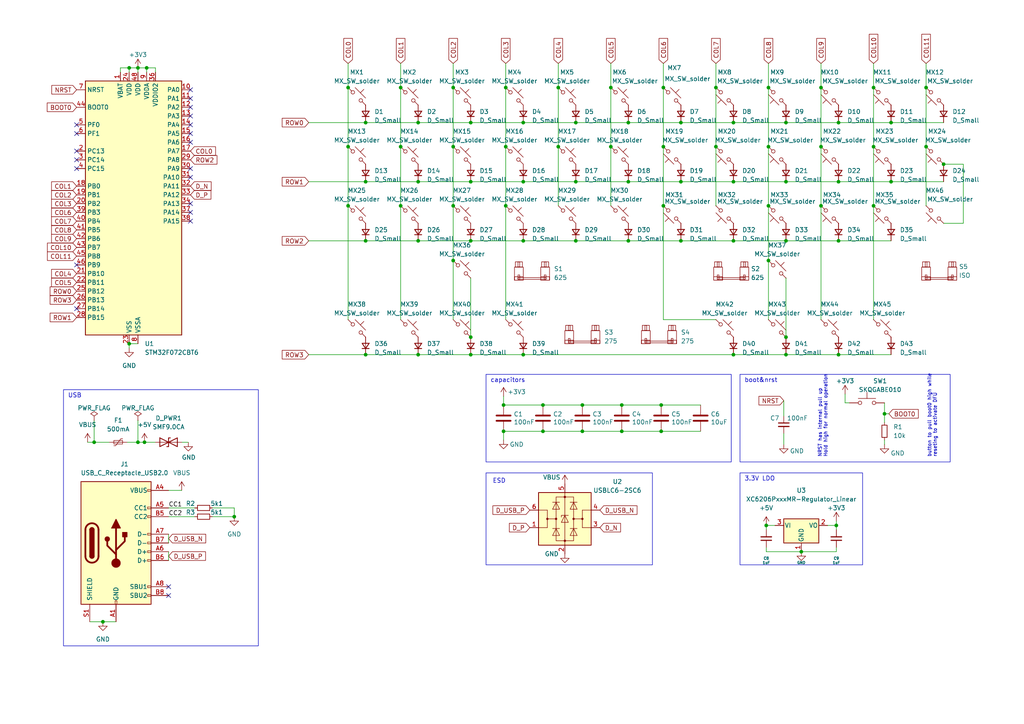
<source format=kicad_sch>
(kicad_sch (version 20230121) (generator eeschema)
  (paper "A4")
  (junction (at 268.605 42.545))
  (junction (at 197.485 69.85))
  (junction (at 136.525 97.79))
  (junction (at 146.05 125.095))
  (junction (at 197.485 52.705))
  (junction (at 131.445 59.69))
  (junction (at 136.525 52.705))
  (junction (at 131.445 25.4))
  (junction (at 131.445 42.545))
  (junction (at 197.485 35.56))
  (junction (at 227.965 35.56))
  (junction (at 136.525 102.87))
  (junction (at 116.205 59.69))
  (junction (at 37.465 99.695))
  (junction (at 191.77 117.475))
  (junction (at 253.365 42.545))
  (junction (at 212.725 35.56))
  (junction (at 29.845 180.34))
  (junction (at 100.965 59.69))
  (junction (at 167.005 35.56))
  (junction (at 258.445 35.56))
  (junction (at 192.405 59.69))
  (junction (at 157.48 125.095))
  (junction (at 106.045 52.705))
  (junction (at 243.205 69.85))
  (junction (at 27.305 128.27))
  (junction (at 131.445 75.565))
  (junction (at 180.34 117.475))
  (junction (at 151.765 102.87))
  (junction (at 243.205 102.87))
  (junction (at 167.005 69.85))
  (junction (at 238.125 59.69))
  (junction (at 161.925 25.4))
  (junction (at 116.205 42.545))
  (junction (at 40.005 128.27))
  (junction (at 242.57 152.4))
  (junction (at 151.765 35.56))
  (junction (at 182.245 35.56))
  (junction (at 168.91 117.475))
  (junction (at 121.285 52.705))
  (junction (at 243.205 52.705))
  (junction (at 258.445 52.705))
  (junction (at 106.045 69.85))
  (junction (at 207.645 25.4))
  (junction (at 212.725 52.705))
  (junction (at 182.245 69.85))
  (junction (at 268.605 25.4))
  (junction (at 222.885 75.565))
  (junction (at 121.285 102.87))
  (junction (at 121.285 69.85))
  (junction (at 161.925 42.545))
  (junction (at 238.125 42.545))
  (junction (at 222.25 152.4))
  (junction (at 227.965 97.79))
  (junction (at 37.465 19.685))
  (junction (at 227.965 102.87))
  (junction (at 207.645 42.545))
  (junction (at 67.945 149.86))
  (junction (at 238.125 25.4))
  (junction (at 151.765 52.705))
  (junction (at 180.34 125.095))
  (junction (at 177.165 25.4))
  (junction (at 256.54 120.015))
  (junction (at 157.48 117.475))
  (junction (at 100.965 42.545))
  (junction (at 100.965 25.4))
  (junction (at 182.245 52.705))
  (junction (at 212.725 102.87))
  (junction (at 192.405 25.4))
  (junction (at 253.365 25.4))
  (junction (at 227.965 52.705))
  (junction (at 168.91 125.095))
  (junction (at 41.91 128.27))
  (junction (at 177.165 42.545))
  (junction (at 106.045 102.87))
  (junction (at 192.405 42.545))
  (junction (at 146.685 25.4))
  (junction (at 136.525 35.56))
  (junction (at 151.765 69.85))
  (junction (at 222.885 25.4))
  (junction (at 146.05 117.475))
  (junction (at 222.885 59.69))
  (junction (at 253.365 59.69))
  (junction (at 42.545 19.685))
  (junction (at 40.005 19.685))
  (junction (at 167.005 52.705))
  (junction (at 232.41 160.02) (diameter 0.9144))
  (junction (at 146.685 59.69))
  (junction (at 146.685 42.545))
  (junction (at 212.725 69.85))
  (junction (at 136.525 69.85))
  (junction (at 106.045 35.56))
  (junction (at 116.205 25.4))
  (junction (at 227.965 69.85))
  (junction (at 191.77 125.095))
  (junction (at 222.885 42.545))
  (junction (at 243.205 35.56))
  (junction (at 273.685 47.625))
  (junction (at 121.285 35.56))
  (no_connect (at 55.245 38.735))
  (no_connect (at 55.245 28.575))
  (no_connect (at 48.895 172.72))
  (no_connect (at 55.245 31.115))
  (no_connect (at 22.225 38.735))
  (no_connect (at 22.225 89.535))
  (no_connect (at 55.245 59.055))
  (no_connect (at 22.225 43.815))
  (no_connect (at 55.245 41.275))
  (no_connect (at 22.225 46.355))
  (no_connect (at 55.245 36.195))
  (no_connect (at 55.245 26.035))
  (no_connect (at 22.225 36.195))
  (no_connect (at 22.225 48.895))
  (no_connect (at 55.245 33.655))
  (no_connect (at 55.245 61.595))
  (no_connect (at 22.225 76.835))
  (no_connect (at 48.895 170.18))
  (no_connect (at 55.245 48.895))
  (no_connect (at 55.245 64.135))
  (no_connect (at 55.245 51.435))
  (wire (pts (xy 34.925 19.685) (xy 37.465 19.685)))
  (wire (pts (xy 131.445 25.4) (xy 131.445 42.545)))
  (wire (pts (xy 180.34 125.095) (xy 191.77 125.095)))
  (wire (pts (xy 25.4 128.27) (xy 27.305 128.27)))
  (wire (pts (xy 121.285 102.87) (xy 136.525 102.87)))
  (wire (pts (xy 192.405 92.71) (xy 207.645 92.71)))
  (wire (pts (xy 182.245 52.705) (xy 197.485 52.705)))
  (wire (pts (xy 121.285 69.85) (xy 136.525 69.85)))
  (wire (pts (xy 212.725 52.705) (xy 227.965 52.705)))
  (wire (pts (xy 197.485 52.705) (xy 212.725 52.705)))
  (wire (pts (xy 232.41 160.02) (xy 222.25 160.02)))
  (wire (pts (xy 192.405 25.4) (xy 192.405 42.545)))
  (wire (pts (xy 222.25 158.75) (xy 222.25 160.02)))
  (wire (pts (xy 256.54 120.015) (xy 256.54 122.555)))
  (wire (pts (xy 157.48 117.475) (xy 146.05 117.475)))
  (wire (pts (xy 191.77 125.095) (xy 203.2 125.095)))
  (wire (pts (xy 256.54 120.015) (xy 257.81 120.015)))
  (wire (pts (xy 177.165 18.415) (xy 177.165 25.4)))
  (wire (pts (xy 34.925 19.685) (xy 34.925 20.955)))
  (wire (pts (xy 121.285 52.705) (xy 136.525 52.705)))
  (wire (pts (xy 161.925 25.4) (xy 161.925 42.545)))
  (wire (pts (xy 167.005 35.56) (xy 182.245 35.56)))
  (wire (pts (xy 192.405 18.415) (xy 192.405 25.4)))
  (wire (pts (xy 100.965 42.545) (xy 100.965 59.69)))
  (wire (pts (xy 253.365 18.415) (xy 253.365 25.4)))
  (wire (pts (xy 116.205 25.4) (xy 116.205 42.545)))
  (wire (pts (xy 243.205 35.56) (xy 258.445 35.56)))
  (wire (pts (xy 268.605 25.4) (xy 268.605 42.545)))
  (wire (pts (xy 89.535 69.85) (xy 106.045 69.85)))
  (wire (pts (xy 106.045 69.85) (xy 121.285 69.85)))
  (wire (pts (xy 227.33 116.205) (xy 227.33 120.65)))
  (wire (pts (xy 238.125 25.4) (xy 238.125 42.545)))
  (wire (pts (xy 37.465 19.685) (xy 37.465 20.955)))
  (wire (pts (xy 89.535 35.56) (xy 106.045 35.56)))
  (wire (pts (xy 168.91 117.475) (xy 180.34 117.475)))
  (wire (pts (xy 40.005 121.92) (xy 40.005 128.27)))
  (wire (pts (xy 240.03 152.4) (xy 242.57 152.4)))
  (wire (pts (xy 48.895 149.86) (xy 56.515 149.86)))
  (wire (pts (xy 207.645 25.4) (xy 207.645 42.545)))
  (wire (pts (xy 197.485 69.85) (xy 212.725 69.85)))
  (wire (pts (xy 106.045 102.87) (xy 121.285 102.87)))
  (wire (pts (xy 222.25 152.4) (xy 224.79 152.4)))
  (wire (pts (xy 256.54 116.84) (xy 256.54 120.015)))
  (wire (pts (xy 227.965 52.705) (xy 243.205 52.705)))
  (wire (pts (xy 242.57 151.13) (xy 242.57 152.4)))
  (wire (pts (xy 48.895 160.02) (xy 48.895 162.56)))
  (wire (pts (xy 192.405 59.69) (xy 192.405 92.71)))
  (wire (pts (xy 168.91 125.095) (xy 180.34 125.095)))
  (wire (pts (xy 52.705 128.27) (xy 54.61 128.27)))
  (wire (pts (xy 268.605 18.415) (xy 268.605 25.4)))
  (wire (pts (xy 268.605 42.545) (xy 268.605 59.69)))
  (wire (pts (xy 157.48 125.095) (xy 168.91 125.095)))
  (wire (pts (xy 100.965 25.4) (xy 100.965 42.545)))
  (wire (pts (xy 146.05 127.635) (xy 146.05 125.095)))
  (wire (pts (xy 37.465 99.695) (xy 40.005 99.695)))
  (wire (pts (xy 222.885 59.69) (xy 222.885 75.565)))
  (wire (pts (xy 177.165 42.545) (xy 177.165 59.69)))
  (wire (pts (xy 42.545 19.685) (xy 45.085 19.685)))
  (wire (pts (xy 131.445 75.565) (xy 131.445 92.71)))
  (wire (pts (xy 253.365 25.4) (xy 253.365 42.545)))
  (wire (pts (xy 67.945 147.32) (xy 67.945 149.86)))
  (wire (pts (xy 197.485 35.56) (xy 212.725 35.56)))
  (wire (pts (xy 136.525 69.85) (xy 151.765 69.85)))
  (wire (pts (xy 157.48 125.095) (xy 146.05 125.095)))
  (wire (pts (xy 238.125 42.545) (xy 238.125 59.69)))
  (wire (pts (xy 131.445 59.69) (xy 131.445 75.565)))
  (wire (pts (xy 116.205 59.69) (xy 116.205 92.71)))
  (wire (pts (xy 40.005 19.685) (xy 40.005 20.955)))
  (wire (pts (xy 151.765 52.705) (xy 167.005 52.705)))
  (wire (pts (xy 48.895 142.24) (xy 52.705 142.24)))
  (wire (pts (xy 227.965 102.87) (xy 243.205 102.87)))
  (wire (pts (xy 192.405 42.545) (xy 192.405 59.69)))
  (wire (pts (xy 48.895 147.32) (xy 56.515 147.32)))
  (wire (pts (xy 37.465 100.965) (xy 37.465 99.695)))
  (wire (pts (xy 100.965 59.69) (xy 100.965 92.71)))
  (wire (pts (xy 212.725 35.56) (xy 227.965 35.56)))
  (wire (pts (xy 42.545 19.685) (xy 40.005 19.685)))
  (wire (pts (xy 258.445 52.705) (xy 273.685 52.705)))
  (wire (pts (xy 45.085 19.685) (xy 45.085 20.955)))
  (wire (pts (xy 27.305 128.27) (xy 31.75 128.27)))
  (wire (pts (xy 191.77 117.475) (xy 203.2 117.475)))
  (wire (pts (xy 40.005 128.27) (xy 41.91 128.27)))
  (wire (pts (xy 258.445 35.56) (xy 273.685 35.56)))
  (wire (pts (xy 227.965 35.56) (xy 243.205 35.56)))
  (wire (pts (xy 222.885 18.415) (xy 222.885 25.4)))
  (wire (pts (xy 242.57 158.75) (xy 242.57 160.02)))
  (wire (pts (xy 89.535 52.705) (xy 106.045 52.705)))
  (wire (pts (xy 256.54 127.635) (xy 256.54 128.905)))
  (wire (pts (xy 29.845 180.34) (xy 33.655 180.34)))
  (wire (pts (xy 131.445 18.415) (xy 131.445 25.4)))
  (wire (pts (xy 222.885 42.545) (xy 222.885 59.69)))
  (wire (pts (xy 212.725 102.87) (xy 227.965 102.87)))
  (wire (pts (xy 227.965 80.645) (xy 227.965 97.79)))
  (wire (pts (xy 136.525 80.645) (xy 136.525 97.79)))
  (wire (pts (xy 238.125 18.415) (xy 238.125 25.4)))
  (wire (pts (xy 146.685 25.4) (xy 146.685 42.545)))
  (wire (pts (xy 36.83 128.27) (xy 40.005 128.27)))
  (wire (pts (xy 136.525 52.705) (xy 151.765 52.705)))
  (wire (pts (xy 245.11 116.84) (xy 245.11 114.3)))
  (wire (pts (xy 146.685 18.415) (xy 146.685 25.4)))
  (wire (pts (xy 41.91 128.27) (xy 45.085 128.27)))
  (wire (pts (xy 180.34 117.475) (xy 191.77 117.475)))
  (wire (pts (xy 227.965 69.85) (xy 243.205 69.85)))
  (wire (pts (xy 161.925 18.415) (xy 161.925 25.4)))
  (wire (pts (xy 243.205 52.705) (xy 258.445 52.705)))
  (wire (pts (xy 212.725 69.85) (xy 227.965 69.85)))
  (wire (pts (xy 222.885 75.565) (xy 222.885 92.71)))
  (wire (pts (xy 89.535 102.87) (xy 106.045 102.87)))
  (wire (pts (xy 243.205 102.87) (xy 258.445 102.87)))
  (wire (pts (xy 182.245 35.56) (xy 197.485 35.56)))
  (wire (pts (xy 136.525 102.87) (xy 151.765 102.87)))
  (wire (pts (xy 42.545 19.685) (xy 42.545 20.955)))
  (wire (pts (xy 131.445 42.545) (xy 131.445 59.69)))
  (wire (pts (xy 161.925 42.545) (xy 161.925 59.69)))
  (wire (pts (xy 222.885 25.4) (xy 222.885 42.545)))
  (wire (pts (xy 151.765 35.56) (xy 167.005 35.56)))
  (wire (pts (xy 253.365 42.545) (xy 253.365 59.69)))
  (wire (pts (xy 232.41 160.02) (xy 242.57 160.02)))
  (wire (pts (xy 242.57 152.4) (xy 242.57 153.67)))
  (wire (pts (xy 238.125 59.69) (xy 238.125 92.71)))
  (wire (pts (xy 279.4 64.77) (xy 279.4 47.625)))
  (wire (pts (xy 100.965 18.415) (xy 100.965 25.4)))
  (wire (pts (xy 167.005 69.85) (xy 182.245 69.85)))
  (wire (pts (xy 227.33 128.905) (xy 227.33 125.73)))
  (wire (pts (xy 207.645 42.545) (xy 207.645 59.69)))
  (wire (pts (xy 37.465 19.685) (xy 40.005 19.685)))
  (wire (pts (xy 26.035 180.34) (xy 29.845 180.34)))
  (wire (pts (xy 273.685 64.77) (xy 279.4 64.77)))
  (wire (pts (xy 121.285 35.56) (xy 136.525 35.56)))
  (wire (pts (xy 157.48 117.475) (xy 168.91 117.475)))
  (wire (pts (xy 246.38 116.84) (xy 245.11 116.84)))
  (wire (pts (xy 106.045 35.56) (xy 121.285 35.56)))
  (wire (pts (xy 177.165 25.4) (xy 177.165 42.545)))
  (wire (pts (xy 61.595 147.32) (xy 67.945 147.32)))
  (wire (pts (xy 106.045 52.705) (xy 121.285 52.705)))
  (wire (pts (xy 61.595 149.86) (xy 67.945 149.86)))
  (wire (pts (xy 207.645 18.415) (xy 207.645 25.4)))
  (wire (pts (xy 151.765 69.85) (xy 167.005 69.85)))
  (wire (pts (xy 182.245 69.85) (xy 197.485 69.85)))
  (wire (pts (xy 146.685 42.545) (xy 146.685 59.69)))
  (wire (pts (xy 116.205 18.415) (xy 116.205 25.4)))
  (wire (pts (xy 167.005 52.705) (xy 182.245 52.705)))
  (wire (pts (xy 27.305 121.92) (xy 27.305 128.27)))
  (wire (pts (xy 253.365 59.69) (xy 253.365 92.71)))
  (wire (pts (xy 243.205 69.85) (xy 258.445 69.85)))
  (wire (pts (xy 136.525 35.56) (xy 151.765 35.56)))
  (wire (pts (xy 151.765 102.87) (xy 212.725 102.87)))
  (wire (pts (xy 279.4 47.625) (xy 273.685 47.625)))
  (wire (pts (xy 146.05 114.935) (xy 146.05 117.475)))
  (wire (pts (xy 146.685 59.69) (xy 146.685 92.71)))
  (wire (pts (xy 222.25 152.4) (xy 222.25 153.67)))
  (wire (pts (xy 48.895 154.94) (xy 48.895 157.48)))
  (wire (pts (xy 116.205 42.545) (xy 116.205 59.69)))
  (rectangle (start 140.97 137.16) (end 189.23 163.83))
  (rectangle (start 18.415 113.03) (end 74.93 187.325))
  (rectangle (start 214.63 108.585) (end 275.59 133.985))
  (rectangle (start 214.63 137.16) (end 250.19 163.83))
  (rectangle (start 140.97 108.585) (end 212.09 133.985))
  (text "button to pull boot0 high while \nreseting to activate DFU" (at 271.78 132.715 90) (effects (font (size 1 1)) (justify left bottom)))
  (text "capacitors" (at 142.24 111.125 0) (effects (font (size 1.27 1.27)) (justify left bottom)))
  (text "ESD" (at 142.875 140.335 0) (effects (font (size 1.27 1.27)) (justify left bottom)))
  (text "boot&nrst" (at 215.9 111.125 0) (effects (font (size 1.27 1.27)) (justify left bottom)))
  (text "USB" (at 19.685 115.57 0) (effects (font (size 1.27 1.27)) (justify left bottom)))
  (text "NRST has internal pull up\nHold high for normal operation" (at 240.03 132.715 90) (effects (font (size 1 1)) (justify left bottom)))
  (text "3.3V LDO" (at 215.9 139.7 0) (effects (font (size 1.27 1.27)) (justify left bottom)))
  (label "CC2" (at 48.895 149.86 0))
  (label "CC1" (at 48.895 147.32 0))
  (global_label "COL2" (shape input) (at 131.445 18.415 90) (property "Intersheetrefs" "${INTERSHEET_REFS}" (effects hide)))
  (global_label "BOOT0" (shape input) (at 22.225 31.115 180) (property "Intersheetrefs" "${INTERSHEET_REFS}" (effects hide)))
  (global_label "COL9" (shape input) (at 22.225 69.215 180) (property "Intersheetrefs" "${INTERSHEET_REFS}" (effects hide)))
  (global_label "COL11" (shape input) (at 22.225 74.295 180) (property "Intersheetrefs" "${INTERSHEET_REFS}" (effects hide)))
  (global_label "ROW1" (shape input) (at 22.225 92.075 180) (property "Intersheetrefs" "${INTERSHEET_REFS}" (effects hide)))
  (global_label "COL10" (shape input) (at 253.365 18.415 90) (property "Intersheetrefs" "${INTERSHEET_REFS}" (effects hide)))
  (global_label "COL4" (shape input) (at 161.925 18.415 90) (property "Intersheetrefs" "${INTERSHEET_REFS}" (effects hide)))
  (global_label "COL8" (shape input) (at 222.885 18.415 90) (property "Intersheetrefs" "${INTERSHEET_REFS}" (effects hide)))
  (global_label "ROW3" (shape input) (at 22.225 86.995 180) (property "Intersheetrefs" "${INTERSHEET_REFS}" (effects hide)))
  (global_label "D_USB_P" (shape input) (at 48.895 161.29 0) (property "Intersheetrefs" "${INTERSHEET_REFS}" (effects hide)))
  (global_label "D_N" (shape input) (at 173.99 153.035 0) (property "Intersheetrefs" "${INTERSHEET_REFS}" (effects hide)))
  (global_label "COL7" (shape input) (at 207.645 18.415 90) (property "Intersheetrefs" "${INTERSHEET_REFS}" (effects hide)))
  (global_label "NRST" (shape input) (at 22.225 26.035 180) (property "Intersheetrefs" "${INTERSHEET_REFS}" (effects hide)))
  (global_label "COL6" (shape input) (at 192.405 18.415 90) (property "Intersheetrefs" "${INTERSHEET_REFS}" (effects hide)))
  (global_label "COL5" (shape input) (at 177.165 18.415 90) (property "Intersheetrefs" "${INTERSHEET_REFS}" (effects hide)))
  (global_label "ROW2" (shape input) (at 89.535 69.85 180) (property "Intersheetrefs" "${INTERSHEET_REFS}" (effects hide)))
  (global_label "D_USB_P" (shape input) (at 153.67 147.955 180) (property "Intersheetrefs" "${INTERSHEET_REFS}" (effects hide)))
  (global_label "COL8" (shape input) (at 22.225 66.675 180) (property "Intersheetrefs" "${INTERSHEET_REFS}" (effects hide)))
  (global_label "COL1" (shape input) (at 116.205 18.415 90) (property "Intersheetrefs" "${INTERSHEET_REFS}" (effects hide)))
  (global_label "COL3" (shape input) (at 22.225 59.055 180) (property "Intersheetrefs" "${INTERSHEET_REFS}" (effects hide)))
  (global_label "COL5" (shape input) (at 22.225 81.915 180) (property "Intersheetrefs" "${INTERSHEET_REFS}" (effects hide)))
  (global_label "D_P" (shape input) (at 55.245 56.515 0) (property "Intersheetrefs" "${INTERSHEET_REFS}" (effects hide)))
  (global_label "D_USB_N" (shape input) (at 173.99 147.955 0) (property "Intersheetrefs" "${INTERSHEET_REFS}" (effects hide)))
  (global_label "ROW3" (shape input) (at 89.535 102.87 180) (property "Intersheetrefs" "${INTERSHEET_REFS}" (effects hide)))
  (global_label "ROW0" (shape input) (at 22.225 84.455 180) (property "Intersheetrefs" "${INTERSHEET_REFS}" (effects hide)))
  (global_label "COL4" (shape input) (at 22.225 79.375 180) (property "Intersheetrefs" "${INTERSHEET_REFS}" (effects hide)))
  (global_label "NRST" (shape input) (at 227.33 116.205 180) (property "Intersheetrefs" "${INTERSHEET_REFS}" (effects hide)))
  (global_label "D_USB_N" (shape input) (at 48.895 156.21 0) (property "Intersheetrefs" "${INTERSHEET_REFS}" (effects hide)))
  (global_label "COL10" (shape input) (at 22.225 71.755 180) (property "Intersheetrefs" "${INTERSHEET_REFS}" (effects hide)))
  (global_label "ROW0" (shape input) (at 89.535 35.56 180) (property "Intersheetrefs" "${INTERSHEET_REFS}" (effects hide)))
  (global_label "COL2" (shape input) (at 22.225 56.515 180) (property "Intersheetrefs" "${INTERSHEET_REFS}" (effects hide)))
  (global_label "COL7" (shape input) (at 22.225 64.135 180) (property "Intersheetrefs" "${INTERSHEET_REFS}" (effects hide)))
  (global_label "D_N" (shape input) (at 55.245 53.975 0) (property "Intersheetrefs" "${INTERSHEET_REFS}" (effects hide)))
  (global_label "COL0" (shape input) (at 55.245 43.815 0) (property "Intersheetrefs" "${INTERSHEET_REFS}" (effects hide)))
  (global_label "COL0" (shape input) (at 100.965 18.415 90) (property "Intersheetrefs" "${INTERSHEET_REFS}" (effects hide)))
  (global_label "BOOT0" (shape input) (at 257.81 120.015 0) (property "Intersheetrefs" "${INTERSHEET_REFS}" (effects hide)))
  (global_label "COL1" (shape input) (at 22.225 53.975 180) (property "Intersheetrefs" "${INTERSHEET_REFS}" (effects hide)))
  (global_label "COL3" (shape input) (at 146.685 18.415 90) (property "Intersheetrefs" "${INTERSHEET_REFS}" (effects hide)))
  (global_label "ROW2" (shape input) (at 55.245 46.355 0) (property "Intersheetrefs" "${INTERSHEET_REFS}" (effects hide)))
  (global_label "COL9" (shape input) (at 238.125 18.415 90) (property "Intersheetrefs" "${INTERSHEET_REFS}" (effects hide)))
  (global_label "COL11" (shape input) (at 268.605 18.415 90) (property "Intersheetrefs" "${INTERSHEET_REFS}" (effects hide)))
  (global_label "COL6" (shape input) (at 22.225 61.595 180) (property "Intersheetrefs" "${INTERSHEET_REFS}" (effects hide)))
  (global_label "ROW1" (shape input) (at 89.535 52.705 180) (property "Intersheetrefs" "${INTERSHEET_REFS}" (effects hide)))
  (global_label "D_P" (shape input) (at 153.67 153.035 180) (property "Intersheetrefs" "${INTERSHEET_REFS}" (effects hide)))
  (symbol (lib_id "PCM_marbastlib-mx:MX_SW_solder") (at 225.425 62.23 180) (unit 1)
    (property "Reference" "MX33" (at 226.06 56.515 0))
    (property "Value" "MX_SW_solder" (at 229.87 58.42 0))
    (property "Footprint" "PCM_marbastlib-mx:SW_MX_1u" (effects hide))
  )
  (symbol (lib_id "Device:D_Small") (at 136.525 67.31 90) (unit 1)
    (property "Reference" "D27" (at 139.065 66.675 90) (effects (justify right)))
    (property "Value" "D_Small" (at 139.065 69.215 90) (effects (justify right)))
    (property "Footprint" "Diode_SMD:D_SOD-123F" (effects hide))
    (property "Sim.Device" "D" (effects hide))
    (property "Sim.Pins" "1=K 2=A" (effects hide))
  )
  (symbol (lib_id "PCM_marbastlib-mx:MX_SW_solder") (at 255.905 27.94 180) (unit 1)
    (property "Reference" "MX11" (at 255.905 20.955 0))
    (property "Value" "MX_SW_solder" (at 260.35 23.495 0))
    (property "Footprint" "PCM_marbastlib-mx:SW_MX_1u" (effects hide))
  )
  (symbol (lib_id "PCM_marbastlib-mx:MX_SW_solder") (at 118.745 62.23 0) (unit 1)
    (property "Reference" "MX26" (at 118.745 55.245 0))
    (property "Value" "MX_SW_solder" (at 118.745 57.785 0))
    (property "Footprint" "PCM_marbastlib-mx:SW_MX_1u" (effects hide))
  )
  (symbol (lib_id "PCM_marbastlib-mx:MX_SW_solder") (at 179.705 62.23 0) (unit 1)
    (property "Reference" "MX30" (at 179.705 55.245 0))
    (property "Value" "MX_SW_solder" (at 179.705 57.785 0))
    (property "Footprint" "PCM_marbastlib-mx:SW_MX_1u" (effects hide))
  )
  (symbol (lib_id "Device:D_Small") (at 227.965 67.31 90) (unit 1)
    (property "Reference" "D33" (at 230.505 66.675 90) (effects (justify right)))
    (property "Value" "D_Small" (at 230.505 69.215 90) (effects (justify right)))
    (property "Footprint" "Diode_SMD:D_SOD-123F" (effects hide))
    (property "Sim.Device" "D" (effects hide))
    (property "Sim.Pins" "1=K 2=A" (effects hide))
  )
  (symbol (lib_id "Device:D_Small") (at 167.005 50.165 90) (unit 1)
    (property "Reference" "D17" (at 169.545 49.53 90) (effects (justify right)))
    (property "Value" "D_Small" (at 169.545 52.07 90) (effects (justify right)))
    (property "Footprint" "Diode_SMD:D_SOD-123F" (effects hide))
    (property "Sim.Device" "D" (effects hide))
    (property "Sim.Pins" "1=K 2=A" (effects hide))
  )
  (symbol (lib_id "Device:D_Small") (at 197.485 67.31 90) (unit 1)
    (property "Reference" "D31" (at 200.025 66.675 90) (effects (justify right)))
    (property "Value" "D_Small" (at 200.025 69.215 90) (effects (justify right)))
    (property "Footprint" "Diode_SMD:D_SOD-123F" (effects hide))
    (property "Sim.Device" "D" (effects hide))
    (property "Sim.Pins" "1=K 2=A" (effects hide))
  )
  (symbol (lib_id "Device:C") (at 168.91 121.285 0) (unit 1)
    (property "Reference" "C3" (at 171.831 120.1166 0) (effects (justify left)))
    (property "Value" "100nF" (at 171.831 122.428 0) (effects (justify left)))
    (property "Footprint" "Capacitor_SMD:C_0603_1608Metric" (effects hide))
    (property "LCSC" "C307331" (effects hide))
  )
  (symbol (lib_id "Device:D_Small") (at 182.245 33.02 90) (unit 1)
    (property "Reference" "D6" (at 184.785 32.385 90) (effects (justify right)))
    (property "Value" "D_Small" (at 184.785 34.925 90) (effects (justify right)))
    (property "Footprint" "Diode_SMD:D_SOD-123F" (effects hide))
    (property "Sim.Device" "D" (effects hide))
    (property "Sim.Pins" "1=K 2=A" (effects hide))
  )
  (symbol (lib_id "power:GND") (at 256.54 128.905 0) (unit 1)
    (property "Reference" "#PWR010" (effects hide))
    (property "Value" "GND" (at 260.35 131.445 0))
  )
  (symbol (lib_id "Device:D_Small") (at 243.205 67.31 90) (unit 1)
    (property "Reference" "D34" (at 245.745 66.675 90) (effects (justify right)))
    (property "Value" "D_Small" (at 245.745 69.215 90) (effects (justify right)))
    (property "Footprint" "Diode_SMD:D_SOD-123F" (effects hide))
    (property "Sim.Device" "D" (effects hide))
    (property "Sim.Pins" "1=K 2=A" (effects hide))
  )
  (symbol (lib_id "Device:D_Small") (at 258.445 33.02 90) (unit 1)
    (property "Reference" "D11" (at 260.985 32.385 90) (effects (justify right)))
    (property "Value" "D_Small" (at 260.985 34.925 90) (effects (justify right)))
    (property "Footprint" "Diode_SMD:D_SOD-123F" (effects hide))
    (property "Sim.Device" "D" (effects hide))
    (property "Sim.Pins" "1=K 2=A" (effects hide))
  )
  (symbol (lib_id "power:GND") (at 227.33 128.905 0) (mirror y) (unit 1)
    (property "Reference" "#PWR09" (effects hide))
    (property "Value" "GND" (at 231.14 130.81 0))
  )
  (symbol (lib_id "Device:D_Small") (at 136.525 100.33 90) (unit 1)
    (property "Reference" "D38" (at 139.065 99.695 90) (effects (justify right)))
    (property "Value" "D_Small" (at 139.065 102.235 90) (effects (justify right)))
    (property "Footprint" "Diode_SMD:D_SOD-123F" (effects hide))
    (property "Sim.Device" "D" (effects hide))
    (property "Sim.Pins" "1=K 2=A" (effects hide))
  )
  (symbol (lib_id "power:+3V3") (at 242.57 151.13 0) (unit 1)
    (property "Reference" "#PWR014" (effects hide))
    (property "Value" "+3V3" (at 242.57 147.32 0))
  )
  (symbol (lib_id "Device:D_Small") (at 243.205 33.02 90) (unit 1)
    (property "Reference" "D10" (at 245.745 32.385 90) (effects (justify right)))
    (property "Value" "D_Small" (at 245.745 34.925 90) (effects (justify right)))
    (property "Footprint" "Diode_SMD:D_SOD-123F" (effects hide))
    (property "Sim.Device" "D" (effects hide))
    (property "Sim.Pins" "1=K 2=A" (effects hide))
  )
  (symbol (lib_id "Device:D_Small") (at 106.045 100.33 90) (unit 1)
    (property "Reference" "D36" (at 108.585 99.695 90) (effects (justify right)))
    (property "Value" "D_Small" (at 108.585 102.235 90) (effects (justify right)))
    (property "Footprint" "Diode_SMD:D_SOD-123F" (effects hide))
    (property "Sim.Device" "D" (effects hide))
    (property "Sim.Pins" "1=K 2=A" (effects hide))
  )
  (symbol (lib_id "Device:D_Small") (at 121.285 33.02 90) (unit 1)
    (property "Reference" "D2" (at 123.825 32.385 90) (effects (justify right)))
    (property "Value" "D_Small" (at 123.825 34.925 90) (effects (justify right)))
    (property "Footprint" "Diode_SMD:D_SOD-123F" (effects hide))
    (property "Sim.Device" "D" (effects hide))
    (property "Sim.Pins" "1=K 2=A" (effects hide))
  )
  (symbol (lib_id "power:GND") (at 163.83 160.655 0) (unit 1)
    (property "Reference" "#PWR017" (effects hide))
    (property "Value" "GND" (at 160.02 160.655 0))
  )
  (symbol (lib_id "PCM_marbastlib-mx:MX_SW_solder") (at 225.425 27.94 180) (unit 1)
    (property "Reference" "MX9" (at 225.425 20.955 0))
    (property "Value" "MX_SW_solder" (at 229.87 23.495 0))
    (property "Footprint" "PCM_marbastlib-mx:SW_MX_1u" (effects hide))
  )
  (symbol (lib_id "PCM_marbastlib-mx:MX_SW_solder") (at 133.985 27.94 0) (unit 1)
    (property "Reference" "MX3" (at 133.985 20.955 0))
    (property "Value" "MX_SW_solder" (at 133.985 23.495 0))
    (property "Footprint" "PCM_marbastlib-mx:SW_MX_1u" (effects hide))
  )
  (symbol (lib_id "PCM_marbastlib-mx:MX_SW_solder") (at 149.225 62.23 0) (unit 1)
    (property "Reference" "MX28" (at 149.225 55.245 0))
    (property "Value" "MX_SW_solder" (at 149.225 57.785 0))
    (property "Footprint" "PCM_marbastlib-mx:SW_MX_1u" (effects hide))
  )
  (symbol (lib_id "Device:D_Small") (at 197.485 50.165 90) (unit 1)
    (property "Reference" "D19" (at 200.025 49.53 90) (effects (justify right)))
    (property "Value" "D_Small" (at 200.025 52.07 90) (effects (justify right)))
    (property "Footprint" "Diode_SMD:D_SOD-123F" (effects hide))
    (property "Sim.Device" "D" (effects hide))
    (property "Sim.Pins" "1=K 2=A" (effects hide))
  )
  (symbol (lib_id "Device:C_Small") (at 227.33 123.19 0) (mirror y) (unit 1)
    (property "Reference" "C7" (at 226.06 121.285 0) (effects (justify left)))
    (property "Value" "100nF" (at 234.315 121.285 0) (effects (justify left)))
    (property "Footprint" "Capacitor_SMD:C_0603_1608Metric" (effects hide))
    (property "LCSC" "C307331" (effects hide))
  )
  (symbol (lib_id "PCM_marbastlib-mx:MX_SW_solder") (at 164.465 62.23 0) (unit 1)
    (property "Reference" "MX29" (at 164.465 55.245 0))
    (property "Value" "MX_SW_solder" (at 164.465 57.785 0))
    (property "Footprint" "PCM_marbastlib-mx:SW_MX_1u" (effects hide))
  )
  (symbol (lib_id "power:GND") (at 54.61 128.27 0) (unit 1)
    (property "Reference" "#PWR08" (effects hide))
    (property "Value" "GND" (at 54.737 132.6642 0))
  )
  (symbol (lib_id "kicad-keyboard-parts:XC6206PxxxMR-Regulator_Linear") (at 232.41 152.4 0) (unit 1)
    (property "Reference" "U3" (at 232.41 142.24 0))
    (property "Value" "XC6206PxxxMR-Regulator_Linear" (at 232.41 144.78 0))
    (property "Footprint" "Package_TO_SOT_SMD:SOT-23" (effects hide))
    (property "Datasheet" "https://www.torexsemi.com/file/xc6206/XC6206.pdf" (effects hide))
    (property "LCSC" "C5446" (effects hide))
  )
  (symbol (lib_id "power:+3V3") (at 245.11 114.3 0) (mirror y) (unit 1)
    (property "Reference" "#PWR03" (effects hide))
    (property "Value" "+3V3" (at 245.11 110.49 0))
  )
  (symbol (lib_id "PCM_marbastlib-mx:MX_SW_solder") (at 271.145 62.23 180) (unit 1)
    (property "Reference" "MX46" (at 271.145 55.245 0))
    (property "Value" "MX_SW_solder" (at 275.59 57.785 0))
    (property "Footprint" "PCM_marbastlib-mx:SW_MX_1.25u" (effects hide))
  )
  (symbol (lib_id "PCM_marbastlib-mx:MX_SW_solder") (at 179.705 45.085 0) (unit 1)
    (property "Reference" "MX18" (at 179.705 38.1 0))
    (property "Value" "MX_SW_solder" (at 179.705 40.64 0))
    (property "Footprint" "PCM_marbastlib-mx:SW_MX_1u" (effects hide))
  )
  (symbol (lib_id "Device:D_Small") (at 273.685 50.165 90) (unit 1)
    (property "Reference" "D24" (at 276.225 49.53 90) (effects (justify right)))
    (property "Value" "D_Small" (at 276.225 52.07 90) (effects (justify right)))
    (property "Footprint" "Diode_SMD:D_SOD-123F" (effects hide))
    (property "Sim.Device" "D" (effects hide))
    (property "Sim.Pins" "1=K 2=A" (effects hide))
  )
  (symbol (lib_id "PCM_marbastlib-mx:MX_SW_solder") (at 133.985 95.25 0) (unit 1)
    (property "Reference" "MX40" (at 133.985 88.265 0))
    (property "Value" "MX_SW_solder" (at 133.985 90.805 0))
    (property "Footprint" "PCM_marbastlib-mx:SW_MX_1.25u" (effects hide))
  )
  (symbol (lib_id "PCM_marbastlib-mx:MX_SW_solder") (at 133.985 78.105 0) (unit 1)
    (property "Reference" "MX36" (at 133.985 71.12 0))
    (property "Value" "MX_SW_solder" (at 133.985 73.66 0))
    (property "Footprint" "PCM_marbastlib-mx:SW_MX_1u" (effects hide))
  )
  (symbol (lib_id "PCM_marbastlib-mx:MX_SW_solder") (at 194.945 62.23 180) (unit 1)
    (property "Reference" "MX31" (at 195.58 56.515 0))
    (property "Value" "MX_SW_solder" (at 199.39 58.42 0))
    (property "Footprint" "PCM_marbastlib-mx:SW_MX_1u" (effects hide))
  )
  (symbol (lib_id "power:GND") (at 37.465 100.965 0) (unit 1)
    (property "Reference" "#PWR02" (effects hide))
    (property "Value" "GND" (at 37.465 106.045 0))
  )
  (symbol (lib_id "Device:D_Small") (at 227.965 100.33 90) (unit 1)
    (property "Reference" "D41" (at 230.505 99.695 90) (effects (justify right)))
    (property "Value" "D_Small" (at 230.505 102.235 90) (effects (justify right)))
    (property "Footprint" "Diode_SMD:D_SOD-123F" (effects hide))
    (property "Sim.Device" "D" (effects hide))
    (property "Sim.Pins" "1=K 2=A" (effects hide))
  )
  (symbol (lib_id "Device:D_Small") (at 227.965 50.165 90) (unit 1)
    (property "Reference" "D21" (at 230.505 49.53 90) (effects (justify right)))
    (property "Value" "D_Small" (at 230.505 52.07 90) (effects (justify right)))
    (property "Footprint" "Diode_SMD:D_SOD-123F" (effects hide))
    (property "Sim.Device" "D" (effects hide))
    (property "Sim.Pins" "1=K 2=A" (effects hide))
  )
  (symbol (lib_id "PCM_marbastlib-mx:MX_SW_solder") (at 133.985 45.085 0) (unit 1)
    (property "Reference" "MX15" (at 133.985 38.1 0))
    (property "Value" "MX_SW_solder" (at 133.985 40.64 0))
    (property "Footprint" "PCM_marbastlib-mx:SW_MX_1u" (effects hide))
  )
  (symbol (lib_id "PCM_marbastlib-mx:MX_SW_solder") (at 179.705 27.94 0) (unit 1)
    (property "Reference" "MX6" (at 179.705 20.955 0))
    (property "Value" "MX_SW_solder" (at 184.15 23.495 0))
    (property "Footprint" "PCM_marbastlib-mx:SW_MX_1u" (effects hide))
  )
  (symbol (lib_id "Device:D_Small") (at 151.765 67.31 90) (unit 1)
    (property "Reference" "D28" (at 154.305 66.675 90) (effects (justify right)))
    (property "Value" "D_Small" (at 154.305 69.215 90) (effects (justify right)))
    (property "Footprint" "Diode_SMD:D_SOD-123F" (effects hide))
    (property "Sim.Device" "D" (effects hide))
    (property "Sim.Pins" "1=K 2=A" (effects hide))
  )
  (symbol (lib_id "PCM_marbastlib-mx:MX_SW_solder") (at 271.145 27.94 180) (unit 1)
    (property "Reference" "MX12" (at 271.145 20.955 0))
    (property "Value" "MX_SW_solder" (at 275.59 23.495 0))
    (property "Footprint" "PCM_marbastlib-mx:SW_MX_1.5u" (effects hide))
  )
  (symbol (lib_id "Device:D_Small") (at 121.285 100.33 90) (unit 1)
    (property "Reference" "D37" (at 123.825 99.695 90) (effects (justify right)))
    (property "Value" "D_Small" (at 123.825 102.235 90) (effects (justify right)))
    (property "Footprint" "Diode_SMD:D_SOD-123F" (effects hide))
    (property "Sim.Device" "D" (effects hide))
    (property "Sim.Pins" "1=K 2=A" (effects hide))
  )
  (symbol (lib_id "Device:D_Small") (at 136.525 33.02 90) (unit 1)
    (property "Reference" "D3" (at 139.065 32.385 90) (effects (justify right)))
    (property "Value" "D_Small" (at 139.065 34.925 90) (effects (justify right)))
    (property "Footprint" "Diode_SMD:D_SOD-123F" (effects hide))
    (property "Sim.Device" "D" (effects hide))
    (property "Sim.Pins" "1=K 2=A" (effects hide))
  )
  (symbol (lib_id "Device:D_Small") (at 212.725 67.31 90) (unit 1)
    (property "Reference" "D32" (at 215.265 66.675 90) (effects (justify right)))
    (property "Value" "D_Small" (at 215.265 69.215 90) (effects (justify right)))
    (property "Footprint" "Diode_SMD:D_SOD-123F" (effects hide))
    (property "Sim.Device" "D" (effects hide))
    (property "Sim.Pins" "1=K 2=A" (effects hide))
  )
  (symbol (lib_id "PCM_marbastlib-mx:MX_SW_solder") (at 149.225 45.085 0) (unit 1)
    (property "Reference" "MX16" (at 149.225 38.1 0))
    (property "Value" "MX_SW_solder" (at 149.225 40.64 0))
    (property "Footprint" "PCM_marbastlib-mx:SW_MX_1u" (effects hide))
  )
  (symbol (lib_id "Device:C") (at 157.48 121.285 0) (unit 1)
    (property "Reference" "C2" (at 160.401 120.1166 0) (effects (justify left)))
    (property "Value" "100nF" (at 160.401 122.428 0) (effects (justify left)))
    (property "Footprint" "Capacitor_SMD:C_0603_1608Metric" (effects hide))
    (property "LCSC" "C307331" (effects hide))
  )
  (symbol (lib_id "Device:C_Small") (at 222.25 156.21 180) (unit 1)
    (property "Reference" "C8" (at 222.25 161.925 0) (effects (font (size 0.762 0.762))))
    (property "Value" "1uF" (at 222.25 163.195 0) (effects (font (size 0.762 0.762))))
    (property "Footprint" "Capacitor_SMD:C_0603_1608Metric" (effects hide))
    (property "LCSC" "C52923" (effects hide))
  )
  (symbol (lib_id "PCM_marbastlib-mx:MX_SW_solder") (at 225.425 95.25 0) (unit 1)
    (property "Reference" "MX43" (at 225.425 88.265 0))
    (property "Value" "MX_SW_solder" (at 225.425 90.805 0))
    (property "Footprint" "PCM_marbastlib-mx:SW_MX_1.25u" (effects hide))
  )
  (symbol (lib_id "PCM_marbastlib-mx:MX_SW_solder") (at 225.425 45.085 180) (unit 1)
    (property "Reference" "MX21" (at 226.06 38.1 0))
    (property "Value" "MX_SW_solder" (at 229.235 40.64 0))
    (property "Footprint" "PCM_marbastlib-mx:SW_MX_1u" (effects hide))
  )
  (symbol (lib_id "Connector:USB_C_Receptacle_USB2.0") (at 33.655 157.48 0) (unit 1)
    (property "Reference" "J1" (at 36.1315 134.62 0))
    (property "Value" "USB_C_Receptacle_USB2.0" (at 36.1315 137.16 0))
    (property "Footprint" "PCM_marbastlib-various:USB_C_Receptacle_HRO_TYPE-C-31-M-12" (effects hide))
    (property "Datasheet" "https://www.usb.org/sites/default/files/documents/usb_type-c.zip" (effects hide))
    (property "LCSC" "C165948" (effects hide))
  )
  (symbol (lib_id "Power_Protection:USBLC6-2SC6") (at 163.83 150.495 0) (unit 1)
    (property "Reference" "U2" (at 179.07 139.7 0))
    (property "Value" "USBLC6-2SC6" (at 179.07 142.24 0))
    (property "Footprint" "Package_TO_SOT_SMD:SOT-23-6" (effects hide))
    (property "Datasheet" "https://www.st.com/resource/en/datasheet/usblc6-2.pdf" (effects hide))
    (property "LCSC" "C2827654" (effects hide))
  )
  (symbol (lib_id "Device:C") (at 146.05 121.285 0) (unit 1)
    (property "Reference" "C1" (at 148.971 120.1166 0) (effects (justify left)))
    (property "Value" "100nF" (at 148.971 122.428 0) (effects (justify left)))
    (property "Footprint" "Capacitor_SMD:C_0603_1608Metric" (effects hide))
    (property "LCSC" "C307331" (effects hide))
  )
  (symbol (lib_id "Device:D_Small") (at 212.725 50.165 90) (unit 1)
    (property "Reference" "D20" (at 215.265 49.53 90) (effects (justify right)))
    (property "Value" "D_Small" (at 215.265 52.07 90) (effects (justify right)))
    (property "Footprint" "Diode_SMD:D_SOD-123F" (effects hide))
    (property "Sim.Device" "D" (effects hide))
    (property "Sim.Pins" "1=K 2=A" (effects hide))
  )
  (symbol (lib_id "PCM_marbastlib-mx:MX_SW_solder") (at 225.425 78.105 0) (unit 1)
    (property "Reference" "MX37" (at 225.425 71.12 0))
    (property "Value" "MX_SW_solder" (at 225.425 73.66 0))
    (property "Footprint" "PCM_marbastlib-mx:SW_MX_1u" (effects hide))
  )
  (symbol (lib_id "Device:R_Small") (at 256.54 125.095 0) (unit 1)
    (property "Reference" "R1" (at 259.08 123.8249 0) (effects (justify left)))
    (property "Value" "10k" (at 259.08 126.3649 0) (effects (justify left)))
    (property "Footprint" "Resistor_SMD:R_0603_1608Metric" (effects hide))
  )
  (symbol (lib_id "Device:D_Small") (at 121.285 50.165 90) (unit 1)
    (property "Reference" "D14" (at 123.825 49.53 90) (effects (justify right)))
    (property "Value" "D_Small" (at 123.825 52.07 90) (effects (justify right)))
    (property "Footprint" "Diode_SMD:D_SOD-123F" (effects hide))
    (property "Sim.Device" "D" (effects hide))
    (property "Sim.Pins" "1=K 2=A" (effects hide))
  )
  (symbol (lib_id "Device:D_Small") (at 182.245 67.31 90) (unit 1)
    (property "Reference" "D30" (at 184.785 66.675 90) (effects (justify right)))
    (property "Value" "D_Small" (at 184.785 69.215 90) (effects (justify right)))
    (property "Footprint" "Diode_SMD:D_SOD-123F" (effects hide))
    (property "Sim.Device" "D" (effects hide))
    (property "Sim.Pins" "1=K 2=A" (effects hide))
  )
  (symbol (lib_id "Device:D_TVS") (at 48.895 128.27 0) (unit 1)
    (property "Reference" "D_PWR1" (at 48.895 121.285 0))
    (property "Value" "SMF9.0CA" (at 48.895 123.825 0))
    (property "Footprint" "Diode_SMD:D_SOD-123" (effects hide))
  )
  (symbol (lib_id "PCM_marbastlib-mx:MX_SW_solder") (at 118.745 45.085 0) (unit 1)
    (property "Reference" "MX14" (at 118.745 38.1 0))
    (property "Value" "MX_SW_solder" (at 118.745 40.64 0))
    (property "Footprint" "PCM_marbastlib-mx:SW_MX_1u" (effects hide))
  )
  (symbol (lib_id "PCM_marbastlib-mx:MX_SW_solder") (at 149.225 27.94 0) (unit 1)
    (property "Reference" "MX4" (at 149.225 20.955 0))
    (property "Value" "MX_SW_solder" (at 149.225 23.495 0))
    (property "Footprint" "PCM_marbastlib-mx:SW_MX_1u" (effects hide))
  )
  (symbol (lib_id "PCM_marbastlib-mx:MX_SW_solder") (at 133.985 62.23 0) (unit 1)
    (property "Reference" "MX27" (at 133.985 55.245 0))
    (property "Value" "MX_SW_solder" (at 133.985 57.785 0))
    (property "Footprint" "PCM_marbastlib-mx:SW_MX_1u" (effects hide))
  )
  (symbol (lib_id "power:GND") (at 232.41 160.02 0) (unit 1)
    (property "Reference" "#PWR016" (effects hide))
    (property "Value" "GND" (at 232.41 163.195 0) (effects (font (size 0.762 0.762))))
  )
  (symbol (lib_id "Device:D_Small") (at 182.245 50.165 90) (unit 1)
    (property "Reference" "D18" (at 184.785 49.53 90) (effects (justify right)))
    (property "Value" "D_Small" (at 184.785 52.07 90) (effects (justify right)))
    (property "Footprint" "Diode_SMD:D_SOD-123F" (effects hide))
    (property "Sim.Device" "D" (effects hide))
    (property "Sim.Pins" "1=K 2=A" (effects hide))
  )
  (symbol (lib_id "PCM_marbastlib-mx:MX_SW_solder") (at 164.465 45.085 0) (unit 1)
    (property "Reference" "MX17" (at 164.465 38.1 0))
    (property "Value" "MX_SW_solder" (at 164.465 40.64 0))
    (property "Footprint" "PCM_marbastlib-mx:SW_MX_1u" (effects hide))
  )
  (symbol (lib_id "power:PWR_FLAG") (at 40.005 121.92 0) (unit 1)
    (property "Reference" "#FLG02" (effects hide))
    (property "Value" "PWR_FLAG" (at 40.005 118.3442 0))
  )
  (symbol (lib_id "power:+3V3") (at 146.05 114.935 0) (unit 1)
    (property "Reference" "#PWR04" (effects hide))
    (property "Value" "+3V3" (at 149.86 113.665 0))
  )
  (symbol (lib_id "Device:D_Small") (at 258.445 67.31 90) (unit 1)
    (property "Reference" "D35" (at 260.985 66.675 90) (effects (justify right)))
    (property "Value" "D_Small" (at 260.985 69.215 90) (effects (justify right)))
    (property "Footprint" "Diode_SMD:D_SOD-123F" (effects hide))
    (property "Sim.Device" "D" (effects hide))
    (property "Sim.Pins" "1=K 2=A" (effects hide))
  )
  (symbol (lib_id "PCM_marbastlib-mx:MX_stab") (at 191.135 97.155 0) (unit 1)
    (property "Reference" "S4" (at 197.485 96.393 0) (effects (justify left)))
    (property "Value" "275" (at 197.485 98.933 0) (effects (justify left)))
    (property "Footprint" "PCM_marbastlib-mx:STAB_MX_P_2.75u" (effects hide))
  )
  (symbol (lib_id "power:GND") (at 67.945 149.86 0) (unit 1)
    (property "Reference" "#PWR013" (effects hide))
    (property "Value" "GND" (at 67.945 154.94 0))
  )
  (symbol (lib_id "PCM_marbastlib-mx:MX_SW_solder") (at 149.225 95.25 0) (unit 1)
    (property "Reference" "MX41" (at 149.225 88.265 0))
    (property "Value" "MX_SW_solder" (at 149.225 90.805 0))
    (property "Footprint" "PCM_marbastlib-mx:SW_MX_1u" (effects hide))
  )
  (symbol (lib_id "Device:D_Small") (at 212.725 100.33 90) (unit 1)
    (property "Reference" "D40" (at 215.265 99.695 90) (effects (justify right)))
    (property "Value" "D_Small" (at 215.265 102.235 90) (effects (justify right)))
    (property "Footprint" "Diode_SMD:D_SOD-123F" (effects hide))
    (property "Sim.Device" "D" (effects hide))
    (property "Sim.Pins" "1=K 2=A" (effects hide))
  )
  (symbol (lib_id "MCU_ST_STM32F0:STM32F072CBTx") (at 37.465 61.595 0) (unit 1)
    (property "Reference" "U1" (at 41.9609 99.695 0) (effects (justify left)))
    (property "Value" "STM32F072CBT6" (at 41.9609 102.235 0) (effects (justify left)))
    (property "Footprint" "Package_QFP:LQFP-48_7x7mm_P0.5mm" (effects hide))
    (property "Datasheet" "https://www.st.com/resource/en/datasheet/stm32f072cb.pdf" (effects hide))
    (property "JlcRotOffset" "90" (effects hide))
  )
  (symbol (lib_id "Device:D_Small") (at 227.965 33.02 90) (unit 1)
    (property "Reference" "D9" (at 230.505 32.385 90) (effects (justify right)))
    (property "Value" "D_Small" (at 230.505 34.925 90) (effects (justify right)))
    (property "Footprint" "Diode_SMD:D_SOD-123F" (effects hide))
    (property "Sim.Device" "D" (effects hide))
    (property "Sim.Pins" "1=K 2=A" (effects hide))
  )
  (symbol (lib_id "Device:D_Small") (at 151.765 50.165 90) (unit 1)
    (property "Reference" "D16" (at 154.305 49.53 90) (effects (justify right)))
    (property "Value" "D_Small" (at 154.305 52.07 90) (effects (justify right)))
    (property "Footprint" "Diode_SMD:D_SOD-123F" (effects hide))
    (property "Sim.Device" "D" (effects hide))
    (property "Sim.Pins" "1=K 2=A" (effects hide))
  )
  (symbol (lib_id "PCM_marbastlib-mx:MX_SW_solder") (at 118.745 27.94 0) (unit 1)
    (property "Reference" "MX2" (at 118.745 20.955 0))
    (property "Value" "MX_SW_solder" (at 118.745 23.495 0))
    (property "Footprint" "PCM_marbastlib-mx:SW_MX_1u" (effects hide))
  )
  (symbol (lib_id "PCM_marbastlib-mx:MX_stab") (at 272.415 78.74 0) (unit 1)
    (property "Reference" "S5" (at 278.13 77.343 0) (effects (justify left)))
    (property "Value" "ISO" (at 278.13 79.883 0) (effects (justify left)))
    (property "Footprint" "PCM_marbastlib-mx:STAB_MX_P_ISO-ROT" (effects hide))
  )
  (symbol (lib_id "PCM_marbastlib-mx:MX_SW_solder") (at 271.145 45.085 180) (unit 1)
    (property "Reference" "MX24" (at 271.78 38.1 0))
    (property "Value" "MX_SW_solder" (at 274.955 40.64 0))
    (property "Footprint" "PCM_marbastlib-mx:SW_MX_1.25u" (effects hide))
  )
  (symbol (lib_id "Device:D_Small") (at 151.765 33.02 90) (unit 1)
    (property "Reference" "D4" (at 154.305 32.385 90) (effects (justify right)))
    (property "Value" "D_Small" (at 154.305 34.925 90) (effects (justify right)))
    (property "Footprint" "Diode_SMD:D_SOD-123F" (effects hide))
    (property "Sim.Device" "D" (effects hide))
    (property "Sim.Pins" "1=K 2=A" (effects hide))
  )
  (symbol (lib_id "Device:D_Small") (at 151.765 100.33 90) (unit 1)
    (property "Reference" "D39" (at 154.305 99.695 90) (effects (justify right)))
    (property "Value" "D_Small" (at 154.305 102.235 90) (effects (justify right)))
    (property "Footprint" "Diode_SMD:D_SOD-123F" (effects hide))
    (property "Sim.Device" "D" (effects hide))
    (property "Sim.Pins" "1=K 2=A" (effects hide))
  )
  (symbol (lib_id "PCM_marbastlib-mx:MX_SW_solder") (at 255.905 95.25 0) (unit 1)
    (property "Reference" "MX45" (at 255.905 88.265 0))
    (property "Value" "MX_SW_solder" (at 255.905 90.805 0))
    (property "Footprint" "PCM_marbastlib-mx:SW_MX_1.25u" (effects hide))
  )
  (symbol (lib_id "Device:R_Small") (at 59.055 149.86 90) (unit 1)
    (property "Reference" "R3" (at 55.245 148.59 90))
    (property "Value" "5k1" (at 62.865 148.59 90))
    (property "Footprint" "Resistor_SMD:R_0603_1608Metric" (effects hide))
    (property "LCSC" "C25905" (effects hide))
  )
  (symbol (lib_id "power:VBUS") (at 52.705 142.24 0) (unit 1)
    (property "Reference" "#PWR012" (effects hide))
    (property "Value" "VBUS" (at 52.705 137.16 0))
  )
  (symbol (lib_id "Device:D_Small") (at 243.205 100.33 90) (unit 1)
    (property "Reference" "D42" (at 245.745 99.695 90) (effects (justify right)))
    (property "Value" "D_Small" (at 245.745 102.235 90) (effects (justify right)))
    (property "Footprint" "Diode_SMD:D_SOD-123F" (effects hide))
    (property "Sim.Device" "D" (effects hide))
    (property "Sim.Pins" "1=K 2=A" (effects hide))
  )
  (symbol (lib_id "PCM_marbastlib-mx:MX_stab") (at 154.305 78.74 0) (unit 1)
    (property "Reference" "S1" (at 160.655 77.978 0) (effects (justify left)))
    (property "Value" "625" (at 160.655 80.518 0) (effects (justify left)))
    (property "Footprint" "PCM_marbastlib-mx:STAB_MX_P_6.25u" (effects hide))
  )
  (symbol (lib_id "power:+3V3") (at 40.005 19.685 0) (unit 1)
    (property "Reference" "#PWR01" (effects hide))
    (property "Value" "+3V3" (at 40.005 15.875 0))
  )
  (symbol (lib_id "PCM_marbastlib-mx:MX_SW_solder") (at 103.505 27.94 0) (unit 1)
    (property "Reference" "MX1" (at 103.505 20.955 0))
    (property "Value" "MX_SW_solder" (at 103.505 23.495 0))
    (property "Footprint" "PCM_marbastlib-mx:SW_MX_1u" (effects hide))
  )
  (symbol (lib_id "PCM_marbastlib-mx:MX_SW_solder") (at 103.505 95.25 0) (unit 1)
    (property "Reference" "MX38" (at 103.505 88.265 0))
    (property "Value" "MX_SW_solder" (at 103.505 90.805 0))
    (property "Footprint" "PCM_marbastlib-mx:SW_MX_1.25u" (effects hide))
  )
  (symbol (lib_id "Device:D_Small") (at 136.525 50.165 90) (unit 1)
    (property "Reference" "D15" (at 139.065 49.53 90) (effects (justify right)))
    (property "Value" "D_Small" (at 139.065 52.07 90) (effects (justify right)))
    (property "Footprint" "Diode_SMD:D_SOD-123F" (effects hide))
    (property "Sim.Device" "D" (effects hide))
    (property "Sim.Pins" "1=K 2=A" (effects hide))
  )
  (symbol (lib_name "GND_4") (lib_id "power:GND") (at 29.845 180.34 0) (unit 1)
    (property "Reference" "#PWR018" (effects hide))
    (property "Value" "GND" (at 29.845 185.42 0))
  )
  (symbol (lib_id "power:GND") (at 146.05 127.635 0) (unit 1)
    (property "Reference" "#PWR05" (effects hide))
    (property "Value" "GND" (at 149.86 128.905 0))
  )
  (symbol (lib_id "Device:D_Small") (at 167.005 67.31 90) (unit 1)
    (property "Reference" "D29" (at 169.545 66.675 90) (effects (justify right)))
    (property "Value" "D_Small" (at 169.545 69.215 90) (effects (justify right)))
    (property "Footprint" "Diode_SMD:D_SOD-123F" (effects hide))
    (property "Sim.Device" "D" (effects hide))
    (property "Sim.Pins" "1=K 2=A" (effects hide))
  )
  (symbol (lib_id "Device:C") (at 180.34 121.285 0) (unit 1)
    (property "Reference" "C4" (at 183.261 120.1166 0) (effects (justify left)))
    (property "Value" "100nF" (at 183.261 122.428 0) (effects (justify left)))
    (property "Footprint" "Capacitor_SMD:C_0603_1608Metric" (effects hide))
    (property "LCSC" "C307331" (effects hide))
  )
  (symbol (lib_id "Device:D_Small") (at 212.725 33.02 90) (unit 1)
    (property "Reference" "D8" (at 215.265 32.385 90) (effects (justify right)))
    (property "Value" "D_Small" (at 215.265 34.925 90) (effects (justify right)))
    (property "Footprint" "Diode_SMD:D_SOD-123F" (effects hide))
    (property "Sim.Device" "D" (effects hide))
    (property "Sim.Pins" "1=K 2=A" (effects hide))
  )
  (symbol (lib_id "Device:D_Small") (at 106.045 33.02 90) (unit 1)
    (property "Reference" "D1" (at 108.585 32.385 90) (effects (justify right)))
    (property "Value" "D_Small" (at 108.585 34.925 90) (effects (justify right)))
    (property "Footprint" "Diode_SMD:D_SOD-123F" (effects hide))
    (property "Sim.Device" "D" (effects hide))
    (property "Sim.Pins" "1=K 2=A" (effects hide))
  )
  (symbol (lib_id "PCM_marbastlib-mx:MX_SW_solder") (at 240.665 62.23 180) (unit 1)
    (property "Reference" "MX34" (at 241.3 56.515 0))
    (property "Value" "MX_SW_solder" (at 245.11 58.42 0))
    (property "Footprint" "PCM_marbastlib-mx:SW_MX_1u" (effects hide))
  )
  (symbol (lib_id "Device:C") (at 203.2 121.285 0) (unit 1)
    (property "Reference" "C6" (at 206.121 120.1166 0) (effects (justify left)))
    (property "Value" "10uF" (at 206.121 122.428 0) (effects (justify left)))
    (property "Footprint" "Capacitor_SMD:C_0603_1608Metric" (effects hide))
  )
  (symbol (lib_id "Device:D_Small") (at 258.445 100.33 90) (unit 1)
    (property "Reference" "D43" (at 260.985 99.695 90) (effects (justify right)))
    (property "Value" "D_Small" (at 260.985 102.235 90) (effects (justify right)))
    (property "Footprint" "Diode_SMD:D_SOD-123F" (effects hide))
    (property "Sim.Device" "D" (effects hide))
    (property "Sim.Pins" "1=K 2=A" (effects hide))
  )
  (symbol (lib_id "Device:D_Small") (at 167.005 33.02 90) (unit 1)
    (property "Reference" "D5" (at 169.545 32.385 90) (effects (justify right)))
    (property "Value" "D_Small" (at 169.545 34.925 90) (effects (justify right)))
    (property "Footprint" "Diode_SMD:D_SOD-123F" (effects hide))
    (property "Sim.Device" "D" (effects hide))
    (property "Sim.Pins" "1=K 2=A" (effects hide))
  )
  (symbol (lib_id "PCM_marbastlib-mx:MX_SW_solder") (at 255.905 62.23 180) (unit 1)
    (property "Reference" "MX35" (at 256.54 56.515 0))
    (property "Value" "MX_SW_solder" (at 260.35 58.42 0))
    (property "Footprint" "PCM_marbastlib-mx:SW_MX_1.75u" (effects hide))
  )
  (symbol (lib_id "Device:D_Small") (at 106.045 50.165 90) (unit 1)
    (property "Reference" "D13" (at 108.585 49.53 90) (effects (justify right)))
    (property "Value" "D_Small" (at 108.585 52.07 90) (effects (justify right)))
    (property "Footprint" "Diode_SMD:D_SOD-123F" (effects hide))
    (property "Sim.Device" "D" (effects hide))
    (property "Sim.Pins" "1=K 2=A" (effects hide))
  )
  (symbol (lib_id "PCM_marbastlib-mx:MX_stab") (at 168.91 97.155 0) (unit 1)
    (property "Reference" "S3" (at 175.26 96.393 0) (effects (justify left)))
    (property "Value" "275" (at 175.26 98.933 0) (effects (justify left)))
    (property "Footprint" "PCM_marbastlib-mx:STAB_MX_P_2.75u" (effects hide))
  )
  (symbol (lib_id "PCM_marbastlib-mx:MX_SW_solder") (at 103.505 45.085 0) (unit 1)
    (property "Reference" "MX13" (at 103.505 38.1 0))
    (property "Value" "MX_SW_solder" (at 103.505 40.64 0))
    (property "Footprint" "PCM_marbastlib-mx:SW_MX_1.25u" (effects hide))
  )
  (symbol (lib_id "power:+5V") (at 41.91 128.27 0) (unit 1)
    (property "Reference" "#PWR07" (effects hide))
    (property "Value" "+5V" (at 41.91 123.19 0))
  )
  (symbol (lib_id "Device:D_Small") (at 106.045 67.31 90) (unit 1)
    (property "Reference" "D25" (at 108.585 66.675 90) (effects (justify right)))
    (property "Value" "D_Small" (at 108.585 69.215 90) (effects (justify right)))
    (property "Footprint" "Diode_SMD:D_SOD-123F" (effects hide))
    (property "Sim.Device" "D" (effects hide))
    (property "Sim.Pins" "1=K 2=A" (effects hide))
  )
  (symbol (lib_id "PCM_marbastlib-mx:MX_SW_solder") (at 210.185 95.25 0) (unit 1)
    (property "Reference" "MX42" (at 210.185 88.265 0))
    (property "Value" "MX_SW_solder" (at 210.185 90.805 0))
    (property "Footprint" "PCM_marbastlib-mx:SW_MX_1u" (effects hide))
  )
  (symbol (lib_id "PCM_marbastlib-mx:MX_SW_solder") (at 118.745 95.25 0) (unit 1)
    (property "Reference" "MX39" (at 118.745 88.265 0))
    (property "Value" "MX_SW_solder" (at 118.745 90.805 0))
    (property "Footprint" "PCM_marbastlib-mx:SW_MX_1u" (effects hide))
  )
  (symbol (lib_id "PCM_marbastlib-mx:MX_SW_solder") (at 210.185 62.23 180) (unit 1)
    (property "Reference" "MX32" (at 210.82 56.515 0))
    (property "Value" "MX_SW_solder" (at 214.63 58.42 0))
    (property "Footprint" "PCM_marbastlib-mx:SW_MX_1u" (effects hide))
  )
  (symbol (lib_id "PCM_marbastlib-mx:MX_SW_solder") (at 164.465 27.94 0) (unit 1)
    (property "Reference" "MX5" (at 164.465 20.955 0))
    (property "Value" "MX_SW_solder" (at 164.465 23.495 0))
    (property "Footprint" "PCM_marbastlib-mx:SW_MX_1u" (effects hide))
  )
  (symbol (lib_id "Device:Polyfuse_Small") (at 34.29 128.27 90) (unit 1)
    (property "Reference" "F1" (at 34.29 121.92 90))
    (property "Value" "500mA" (at 34.29 124.46 90))
    (property "Footprint" "Fuse:Fuse_1206_3216Metric" (effects hide))
    (property "LCSC" "C70076" (effects hide))
  )
  (symbol (lib_id "power:+5V") (at 222.25 152.4 0) (unit 1)
    (property "Reference" "#PWR015" (effects hide))
    (property "Value" "+5V" (at 222.25 147.32 0))
  )
  (symbol (lib_id "power:VBUS") (at 163.83 140.335 0) (unit 1)
    (property "Reference" "#PWR011" (effects hide))
    (property "Value" "VBUS" (at 160.02 138.43 0))
  )
  (symbol (lib_id "Device:D_Small") (at 197.485 33.02 90) (unit 1)
    (property "Reference" "D7" (at 200.025 32.385 90) (effects (justify right)))
    (property "Value" "D_Small" (at 200.025 34.925 90) (effects (justify right)))
    (property "Footprint" "Diode_SMD:D_SOD-123F" (effects hide))
    (property "Sim.Device" "D" (effects hide))
    (property "Sim.Pins" "1=K 2=A" (effects hide))
  )
  (symbol (lib_id "PCM_marbastlib-mx:MX_SW_solder") (at 240.665 27.94 180) (unit 1)
    (property "Reference" "MX10" (at 240.665 20.955 0))
    (property "Value" "MX_SW_solder" (at 245.11 23.495 0))
    (property "Footprint" "PCM_marbastlib-mx:SW_MX_1u" (effects hide))
  )
  (symbol (lib_id "PCM_marbastlib-mx:MX_SW_solder") (at 240.665 45.085 180) (unit 1)
    (property "Reference" "MX22" (at 241.3 38.1 0))
    (property "Value" "MX_SW_solder" (at 244.475 40.64 0))
    (property "Footprint" "PCM_marbastlib-mx:SW_MX_1u" (effects hide))
  )
  (symbol (lib_id "PCM_marbastlib-mx:MX_stab") (at 212.09 78.74 0) (unit 1)
    (property "Reference" "S2" (at 217.805 77.978 0) (effects (justify left)))
    (property "Value" "625" (at 217.805 80.518 0) (effects (justify left)))
    (property "Footprint" "PCM_marbastlib-mx:STAB_MX_P_6.25u" (effects hide))
  )
  (symbol (lib_id "PCM_marbastlib-mx:MX_SW_solder") (at 194.945 27.94 0) (unit 1)
    (property "Reference" "MX7" (at 195.58 19.685 0))
    (property "Value" "MX_SW_solder" (at 199.39 22.86 0))
    (property "Footprint" "PCM_marbastlib-mx:SW_MX_1u" (effects hide))
  )
  (symbol (lib_id "power:VBUS") (at 25.4 128.27 0) (unit 1)
    (property "Reference" "#PWR06" (effects hide))
    (property "Value" "VBUS" (at 25.4 123.19 0))
  )
  (symbol (lib_id "PCM_marbastlib-mx:MX_SW_solder") (at 210.185 27.94 180) (unit 1)
    (property "Reference" "MX8" (at 210.185 20.955 0))
    (property "Value" "MX_SW_solder" (at 214.63 23.495 0))
    (property "Footprint" "PCM_marbastlib-mx:SW_MX_1u" (effects hide))
  )
  (symbol (lib_id "PCM_marbastlib-mx:MX_SW_solder") (at 194.945 45.085 180) (unit 1)
    (property "Reference" "MX19" (at 195.58 38.1 0))
    (property "Value" "MX_SW_solder" (at 198.755 40.64 0))
    (property "Footprint" "PCM_marbastlib-mx:SW_MX_1u" (effects hide))
  )
  (symbol (lib_id "Device:D_Small") (at 258.445 50.165 90) (unit 1)
    (property "Reference" "D23" (at 260.985 49.53 90) (effects (justify right)))
    (property "Value" "D_Small" (at 260.985 52.07 90) (effects (justify right)))
    (property "Footprint" "Diode_SMD:D_SOD-123F" (effects hide))
    (property "Sim.Device" "D" (effects hide))
    (property "Sim.Pins" "1=K 2=A" (effects hide))
  )
  (symbol (lib_id "PCM_marbastlib-mx:MX_SW_solder") (at 255.905 45.085 180) (unit 1)
    (property "Reference" "MX23" (at 256.54 38.1 0))
    (property "Value" "MX_SW_solder" (at 259.715 40.64 0))
    (property "Footprint" "PCM_marbastlib-mx:SW_MX_1u" (effects hide))
  )
  (symbol (lib_id "Device:C") (at 191.77 121.285 0) (unit 1)
    (property "Reference" "C5" (at 194.691 120.1166 0) (effects (justify left)))
    (property "Value" "100nF" (at 194.691 122.428 0) (effects (justify left)))
    (property "Footprint" "Capacitor_SMD:C_0603_1608Metric" (effects hide))
    (property "LCSC" "C307331" (effects hide))
  )
  (symbol (lib_id "Device:R_Small") (at 59.055 147.32 90) (unit 1)
    (property "Reference" "R2" (at 55.245 146.05 90))
    (property "Value" "5k1" (at 62.865 146.05 90))
    (property "Footprint" "Resistor_SMD:R_0603_1608Metric" (effects hide))
    (property "LCSC" "C25905" (effects hide))
  )
  (symbol (lib_id "Device:D_Small") (at 121.285 67.31 90) (unit 1)
    (property "Reference" "D26" (at 123.825 66.675 90) (effects (justify right)))
    (property "Value" "D_Small" (at 123.825 69.215 90) (effects (justify right)))
    (property "Footprint" "Diode_SMD:D_SOD-123F" (effects hide))
    (property "Sim.Device" "D" (effects hide))
    (property "Sim.Pins" "1=K 2=A" (effects hide))
  )
  (symbol (lib_id "PCM_marbastlib-mx:MX_SW_solder") (at 240.665 95.25 0) (unit 1)
    (property "Reference" "MX44" (at 240.665 88.265 0))
    (property "Value" "MX_SW_solder" (at 240.665 90.805 0))
    (property "Footprint" "PCM_marbastlib-mx:SW_MX_1u" (effects hide))
  )
  (symbol (lib_id "Switch:SW_Push") (at 251.46 116.84 0) (unit 1)
    (property "Reference" "SW1" (at 255.27 110.49 0))
    (property "Value" "SKQGABE010" (at 255.27 113.03 0))
    (property "Footprint" "PCM_marbastlib-various:SW_SPST_SKQG_WithStem" (effects hide))
    (property "LCSC" "C115351" (effects hide))
  )
  (symbol (lib_id "power:PWR_FLAG") (at 27.305 121.92 0) (unit 1)
    (property "Reference" "#FLG01" (effects hide))
    (property "Value" "PWR_FLAG" (at 27.305 118.3442 0))
  )
  (symbol (lib_id "Device:D_Small") (at 273.685 33.02 90) (unit 1)
    (property "Reference" "D12" (at 276.225 32.385 90) (effects (justify right)))
    (property "Value" "D_Small" (at 276.225 34.925 90) (effects (justify right)))
    (property "Footprint" "Diode_SMD:D_SOD-123F" (effects hide))
    (property "Sim.Device" "D" (effects hide))
    (property "Sim.Pins" "1=K 2=A" (effects hide))
  )
  (symbol (lib_id "PCM_marbastlib-mx:MX_SW_solder") (at 103.505 62.23 0) (unit 1)
    (property "Reference" "MX25" (at 103.505 55.245 0))
    (property "Value" "MX_SW_solder" (at 103.505 57.785 0))
    (property "Footprint" "PCM_marbastlib-mx:SW_MX_1.75u" (effects hide))
  )
  (symbol (lib_id "Device:D_Small") (at 243.205 50.165 90) (unit 1)
    (property "Reference" "D22" (at 245.745 49.53 90) (effects (justify right)))
    (property "Value" "D_Small" (at 245.745 52.07 90) (effects (justify right)))
    (property "Footprint" "Diode_SMD:D_SOD-123F" (effects hide))
    (property "Sim.Device" "D" (effects hide))
    (property "Sim.Pins" "1=K 2=A" (effects hide))
  )
  (symbol (lib_id "Device:C_Small") (at 242.57 156.21 180) (unit 1)
    (property "Reference" "C9" (at 242.57 161.925 0) (effects (font (size 0.762 0.762))))
    (property "Value" "1uF" (at 242.57 163.195 0) (effects (font (size 0.762 0.762))))
    (property "Footprint" "Capacitor_SMD:C_0603_1608Metric" (effects hide))
    (property "LCSC" "C52923" (effects hide))
  )
  (symbol (lib_id "PCM_marbastlib-mx:MX_SW_solder") (at 210.185 45.085 180) (unit 1)
    (property "Reference" "MX20" (at 210.82 38.1 0))
    (property "Value" "MX_SW_solder" (at 213.995 40.64 0))
    (property "Footprint" "PCM_marbastlib-mx:SW_MX_1u" (effects hide))
  )
)
</source>
